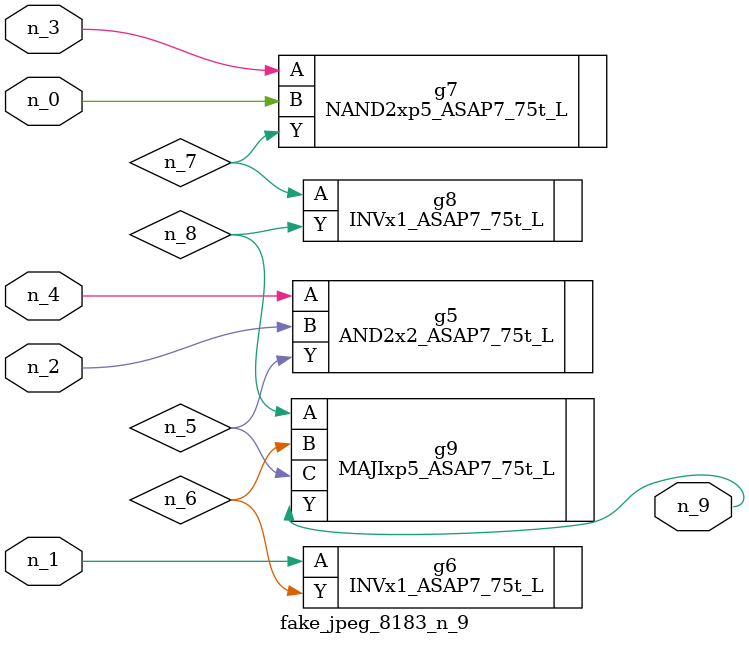
<source format=v>
module fake_jpeg_8183_n_9 (n_3, n_2, n_1, n_0, n_4, n_9);

input n_3;
input n_2;
input n_1;
input n_0;
input n_4;

output n_9;

wire n_8;
wire n_6;
wire n_5;
wire n_7;

AND2x2_ASAP7_75t_L g5 ( 
.A(n_4),
.B(n_2),
.Y(n_5)
);

INVx1_ASAP7_75t_L g6 ( 
.A(n_1),
.Y(n_6)
);

NAND2xp5_ASAP7_75t_L g7 ( 
.A(n_3),
.B(n_0),
.Y(n_7)
);

INVx1_ASAP7_75t_L g8 ( 
.A(n_7),
.Y(n_8)
);

MAJIxp5_ASAP7_75t_L g9 ( 
.A(n_8),
.B(n_6),
.C(n_5),
.Y(n_9)
);


endmodule
</source>
